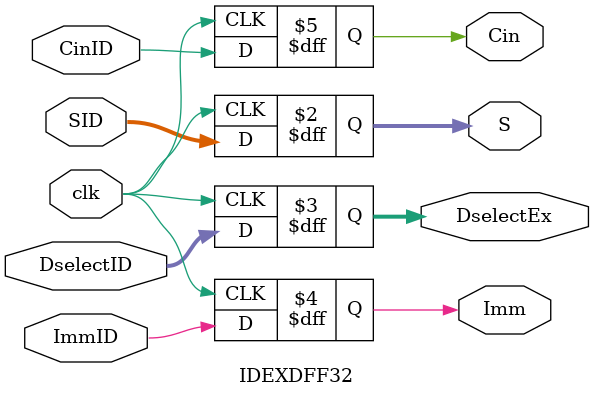
<source format=v>
`timescale 1ns / 1ps


module IDEXDFF32(DselectID, ImmID, SID, CinID, DselectEx, Imm, S, Cin, clk);
    input[31:0] DselectID;
    input[2:0] SID;
    input ImmID, CinID, clk;
    output reg[31:0] DselectEx;
    output reg[2:0] S;
    output reg Imm, Cin; 
    
    always @(posedge clk) begin 
       DselectEx = DselectID; 
       Imm = ImmID;
       S = SID;
       Cin = CinID;
    end 
endmodule

</source>
